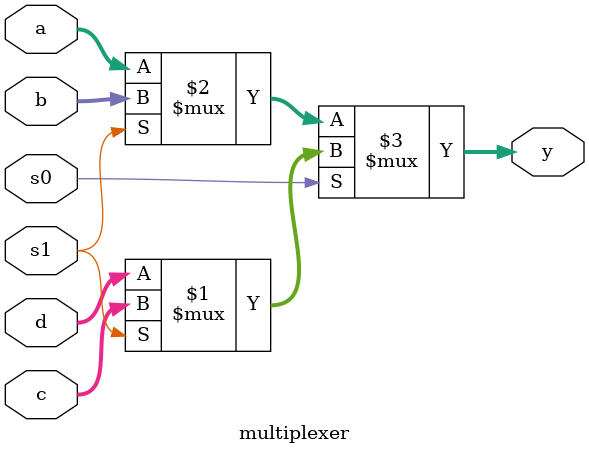
<source format=v>
module multiplexer(a,b,c,d,s1,s0,y);
    input [31:0]a,b,c,d;
    input s0,s1;
    output [31:0] y;
     assign y = s0?(s1?c:d):(s1?b:a);
    // assign y = (~s1 & ~s0 & a) | (s1 & ~s0 & b) | (~s1 & s0 & c) | (s1 & s0 & d);
    
endmodule
</source>
